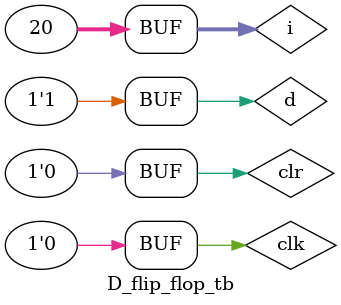
<source format=v>
module D_latch(d,c,q,qn);
input d,c;
output reg q;
output reg qn;
always @ (d or c)
	if (c) {q,qn} <= {d,~d};
endmodule

module D_flip_flop_tb;
reg d=0; // NEITHER input reg d=0; NOR input reg d;
reg clr=1; // NEITHER input reg clr=0; NOR input reg clr;
reg clk=0; // NEITHER input reg clk=0; NOR input reg clk;
wire q,qn; // NOT output q,qn;
integer i;
D_latch UUT(.d(d), .c(clk), .q(q), .qn(qn));
initial begin
for (i=0;i<20;i=i+1) begin
clk=~clk;
if(i>3 & i<10) d=1;
if(i==15) clr=0;
#10;
end
end
endmodule
</source>
